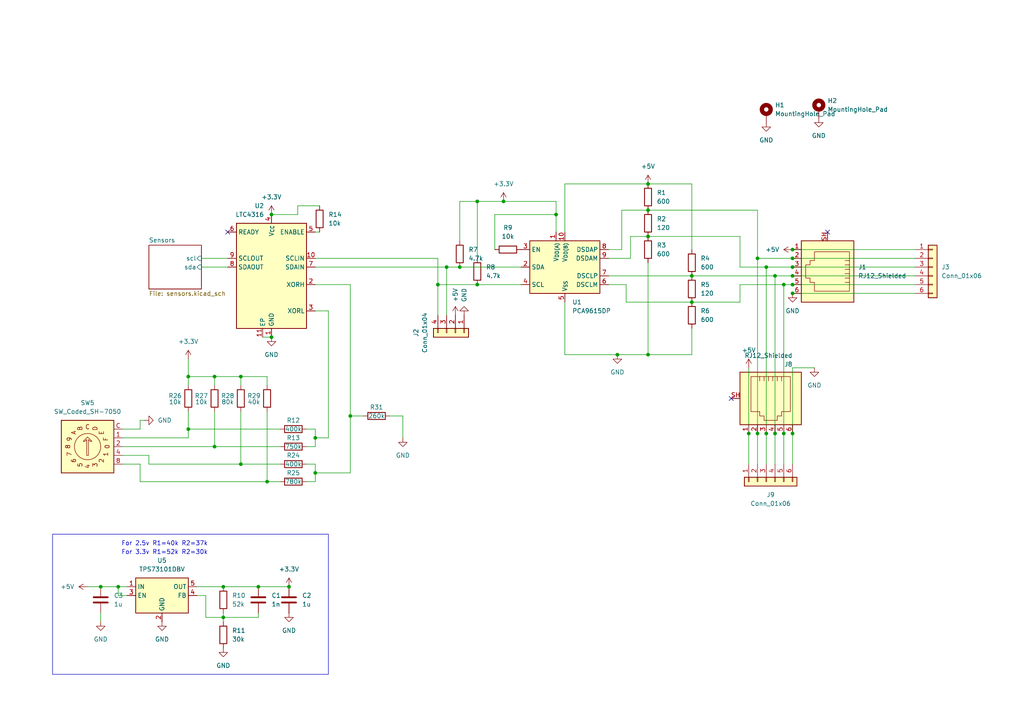
<source format=kicad_sch>
(kicad_sch (version 20250114) (generator "eeschema") (generator_version "9.0")
  (paper "A4")
  (lib_symbols
    (symbol "Connector:RJ12_Shielded" (pin_names (offset 1.016))
      (property "Reference" "J" (at -5.08 11.43 0))
      (property "Value" "RJ12_Shielded" (at 2.54 11.43 0))
      (symbol "RJ12_Shielded_0_1"
        (polyline (pts (xy -6.35 3.175) (xy -5.08 3.175) (xy -5.08 3.175)))
        (polyline (pts (xy -6.35 1.905) (xy -5.08 1.905) (xy -5.08 1.905)))
        (polyline (pts (xy -6.35 0.635) (xy -5.08 0.635) (xy -5.08 0.635)))
        (polyline (pts (xy -6.35 -0.635) (xy -5.08 -0.635) (xy -5.08 -0.635)))
        (polyline (pts (xy -6.35 -1.905) (xy -5.08 -1.905) (xy -5.08 -1.905)))
        (polyline (pts (xy -6.35 -4.445) (xy -6.35 6.985) (xy 3.81 6.985) (xy 3.81 4.445) (xy 5.08 4.445) (xy 5.08 3.175) (xy 6.35 3.175) (xy 6.35 -0.635) (xy 5.08 -0.635) (xy 5.08 -1.905) (xy 3.81 -1.905) (xy 3.81 -4.445) (xy -6.35 -4.445) (xy -6.35 -4.445)))
        (polyline (pts (xy -5.08 4.445) (xy -6.35 4.445) (xy -6.35 4.445)))
        (rectangle (start 7.62 10.16) (end -7.62 -7.62) (stroke (width 0.254)) (fill (type background)))
      )
      (symbol "RJ12_Shielded_1_1"
        (pin passive line (at 0 -10.16 90) (length 2.54) (name "~") (number "SH"))
        (pin passive line (at 10.16 7.62 180) (length 2.54) (name "~") (number "6"))
        (pin passive line (at 10.16 5.08 180) (length 2.54) (name "~") (number "5"))
        (pin passive line (at 10.16 2.54 180) (length 2.54) (name "~") (number "4"))
        (pin passive line (at 10.16 0 180) (length 2.54) (name "~") (number "3"))
        (pin passive line (at 10.16 -2.54 180) (length 2.54) (name "~") (number "2"))
        (pin passive line (at 10.16 -5.08 180) (length 2.54) (name "~") (number "1"))
      )
    )
    (symbol "Connector_Generic:Conn_01x04" (pin_names (offset 1.016) (hide yes))
      (property "Reference" "J" (at 0 5.08 0))
      (property "Value" "Conn_01x04" (at 0 -7.62 0))
      (symbol "Conn_01x04_1_1"
        (rectangle (start -1.27 3.81) (end 1.27 -6.35) (stroke (width 0.254)) (fill (type background)))
        (rectangle (start -1.27 2.667) (end 0 2.413) (stroke (width 0.1524)))
        (rectangle (start -1.27 0.127) (end 0 -0.127) (stroke (width 0.1524)))
        (rectangle (start -1.27 -2.413) (end 0 -2.667) (stroke (width 0.1524)))
        (rectangle (start -1.27 -4.953) (end 0 -5.207) (stroke (width 0.1524)))
        (pin passive line (at -5.08 2.54 0) (length 3.81) (name "Pin_1") (number "1"))
        (pin passive line (at -5.08 0 0) (length 3.81) (name "Pin_2") (number "2"))
        (pin passive line (at -5.08 -2.54 0) (length 3.81) (name "Pin_3") (number "3"))
        (pin passive line (at -5.08 -5.08 0) (length 3.81) (name "Pin_4") (number "4"))
      )
    )
    (symbol "Connector_Generic:Conn_01x06" (pin_names (offset 1.016) (hide yes))
      (property "Reference" "J" (at 0 7.62 0))
      (property "Value" "Conn_01x06" (at 0 -10.16 0))
      (symbol "Conn_01x06_1_1"
        (rectangle (start -1.27 6.35) (end 1.27 -8.89) (stroke (width 0.254)) (fill (type background)))
        (rectangle (start -1.27 5.207) (end 0 4.953) (stroke (width 0.1524)))
        (rectangle (start -1.27 2.667) (end 0 2.413) (stroke (width 0.1524)))
        (rectangle (start -1.27 0.127) (end 0 -0.127) (stroke (width 0.1524)))
        (rectangle (start -1.27 -2.413) (end 0 -2.667) (stroke (width 0.1524)))
        (rectangle (start -1.27 -4.953) (end 0 -5.207) (stroke (width 0.1524)))
        (rectangle (start -1.27 -7.493) (end 0 -7.747) (stroke (width 0.1524)))
        (pin passive line (at -5.08 5.08 0) (length 3.81) (name "Pin_1") (number "1"))
        (pin passive line (at -5.08 2.54 0) (length 3.81) (name "Pin_2") (number "2"))
        (pin passive line (at -5.08 0 0) (length 3.81) (name "Pin_3") (number "3"))
        (pin passive line (at -5.08 -2.54 0) (length 3.81) (name "Pin_4") (number "4"))
        (pin passive line (at -5.08 -5.08 0) (length 3.81) (name "Pin_5") (number "5"))
        (pin passive line (at -5.08 -7.62 0) (length 3.81) (name "Pin_6") (number "6"))
      )
    )
    (symbol "Device:C" (pin_numbers (hide yes)) (pin_names (offset 0.254))
      (property "Reference" "C" (at 0.635 2.54 0))
      (property "Value" "C" (at 0.635 -2.54 0))
      (symbol "C_0_1"
        (polyline (pts (xy -2.032 0.762) (xy 2.032 0.762)) (stroke (width 0.508)))
        (polyline (pts (xy -2.032 -0.762) (xy 2.032 -0.762)) (stroke (width 0.508)))
      )
      (symbol "C_1_1"
        (pin passive line (at 0 3.81 270) (length 2.794) (name "~") (number "1"))
        (pin passive line (at 0 -3.81 90) (length 2.794) (name "~") (number "2"))
      )
    )
    (symbol "Device:R" (pin_numbers (hide yes)) (pin_names (offset 0))
      (property "Reference" "R" (at 2.032 0 90))
      (property "Value" "R" (at 0 0 90))
      (symbol "R_0_1"
        (rectangle (start -1.016 -2.54) (end 1.016 2.54) (stroke (width 0.254)))
      )
      (symbol "R_1_1"
        (pin passive line (at 0 3.81 270) (length 1.27) (name "~") (number "1"))
        (pin passive line (at 0 -3.81 90) (length 1.27) (name "~") (number "2"))
      )
    )
    (symbol "Interface:PCA9615DP"
      (property "Reference" "U" (at -10.16 8.89 0))
      (property "Value" "PCA9615DP" (at 1.27 8.89 0))
      (symbol "PCA9615DP_0_1"
        (rectangle (start -10.16 7.62) (end 10.16 -7.62) (stroke (width 0.254)) (fill (type background)))
      )
      (symbol "PCA9615DP_1_1"
        (pin input line (at -12.7 5.08 0) (length 2.54) (name "EN") (number "3"))
        (pin bidirectional line (at -12.7 0 0) (length 2.54) (name "SDA") (number "2"))
        (pin bidirectional line (at -12.7 -5.08 0) (length 2.54) (name "SCL") (number "4"))
        (pin power_in line (at -2.54 10.16 270) (length 2.54) (name "V_{DD(A)}") (number "1"))
        (pin power_in line (at 0 10.16 270) (length 2.54) (name "V_{DD(B)}") (number "10"))
        (pin power_in line (at 0 -10.16 90) (length 2.54) (name "V_{SS}") (number "5"))
        (pin bidirectional line (at 12.7 5.08 180) (length 2.54) (name "DSDAP") (number "8"))
        (pin bidirectional line (at 12.7 2.54 180) (length 2.54) (name "DSDAM") (number "9"))
        (pin bidirectional line (at 12.7 -2.54 180) (length 2.54) (name "DSCLP") (number "7"))
        (pin bidirectional line (at 12.7 -5.08 180) (length 2.54) (name "DSCLM") (number "6"))
      )
    )
    (symbol "Interface_Expansion:LTC4316xDD"
      (property "Reference" "U" (at -8.89 16.51 0))
      (property "Value" "LTC4316xDD" (at 6.35 16.51 0))
      (symbol "LTC4316xDD_0_1"
        (rectangle (start -10.16 15.24) (end 10.16 -15.24) (stroke (width 0.254)) (fill (type background)))
      )
      (symbol "LTC4316xDD_1_1"
        (pin input line (at -12.7 12.7 0) (length 2.54) (name "ENABLE") (number "5"))
        (pin input line (at -12.7 5.08 0) (length 2.54) (name "SCLIN") (number "10"))
        (pin bidirectional line (at -12.7 2.54 0) (length 2.54) (name "SDAIN") (number "7"))
        (pin input line (at -12.7 -2.54 0) (length 2.54) (name "XORH") (number "2"))
        (pin input line (at -12.7 -10.16 0) (length 2.54) (name "XORL") (number "3"))
        (pin power_in line (at 0 17.78 270) (length 2.54) (name "V_{CC}") (number "4"))
        (pin power_in line (at 0 -17.78 90) (length 2.54) (name "GND") (number "1"))
        (pin passive line (at 2.54 -17.78 90) (length 2.54) (name "EP") (number "11"))
        (pin open_collector line (at 12.7 12.7 180) (length 2.54) (name "READY") (number "6"))
        (pin output line (at 12.7 5.08 180) (length 2.54) (name "SCLOUT") (number "9"))
        (pin bidirectional line (at 12.7 2.54 180) (length 2.54) (name "SDAOUT") (number "8"))
      )
    )
    (symbol "Mechanical:MountingHole_Pad" (pin_numbers (hide yes)) (pin_names (offset 1.016) (hide yes)) (exclude_from_sim yes) (in_bom no)
      (property "Reference" "H" (at 0 6.35 0))
      (property "Value" "MountingHole_Pad" (at 0 4.445 0))
      (symbol "MountingHole_Pad_0_1"
        (circle (center 0 1.27) (radius 1.27) (stroke (width 1.27)))
      )
      (symbol "MountingHole_Pad_1_1"
        (pin input line (at 0 -2.54 90) (length 2.54) (name "1") (number "1"))
      )
    )
    (symbol "Regulator_Linear:TPS73101DBV"
      (property "Reference" "U" (at -6.35 6.35 0))
      (property "Value" "TPS73101DBV" (at 0 6.35 0))
      (symbol "TPS73101DBV_0_1"
        (rectangle (start -7.62 -5.08) (end 7.62 5.08) (stroke (width 0.254)) (fill (type background)))
      )
      (symbol "TPS73101DBV_1_1"
        (pin power_in line (at -10.16 2.54 0) (length 2.54) (name "IN") (number "1"))
        (pin input line (at -10.16 0 0) (length 2.54) (name "EN") (number "3"))
        (pin power_in line (at 0 -7.62 90) (length 2.54) (name "GND") (number "2"))
        (pin power_out line (at 10.16 2.54 180) (length 2.54) (name "OUT") (number "5"))
        (pin input line (at 10.16 0 180) (length 2.54) (name "FB") (number "4"))
      )
    )
    (symbol "Switch:SW_Coded_SH-7050" (pin_names (hide yes))
      (property "Reference" "SW" (at -7.62 8.89 0))
      (property "Value" "SW_Coded_SH-7050" (at -7.62 -8.89 0))
      (symbol "SW_Coded_SH-7050_0_0"
        (text "8" (at -5.715 0 900) (effects (font (size 1.27 1.27))))
        (text "9" (at -5.2832 2.1844 675) (effects (font (size 1.27 1.27))))
        (text "7" (at -5.2832 -2.1844 1125) (effects (font (size 1.27 1.27))))
        (text "A" (at -4.0386 4.0386 450) (effects (font (size 1.27 1.27))))
        (text "6" (at -4.0386 -4.0386 1350) (effects (font (size 1.27 1.27))))
        (text "B" (at -2.1844 5.2832 225) (effects (font (size 1.27 1.27))))
        (text "5" (at -2.1844 -5.2832 1575) (effects (font (size 1.27 1.27))))
        (text "C" (at 0 5.715 0) (effects (font (size 1.27 1.27))))
        (text "4" (at 0 -5.715 1800) (effects (font (size 1.27 1.27))))
        (text "D" (at 2.1844 5.2832 3375) (effects (font (size 1.27 1.27))))
        (text "3" (at 2.1844 -5.2832 2025) (effects (font (size 1.27 1.27))))
        (text "E" (at 4.0386 4.0386 3150) (effects (font (size 1.27 1.27))))
        (text "2" (at 4.0386 -4.0386 2250) (effects (font (size 1.27 1.27))))
        (text "F" (at 5.2832 2.1844 2925) (effects (font (size 1.27 1.27))))
        (text "1" (at 5.2832 -2.1844 2475) (effects (font (size 1.27 1.27))))
        (text "0" (at 5.715 0 2700) (effects (font (size 1.27 1.27))))
      )
      (symbol "SW_Coded_SH-7050_0_1"
        (polyline (pts (xy -0.254 -2.54) (xy -0.254 2.032) (xy -0.762 1.524) (xy -1.27 1.524) (xy 0 2.794) (xy 1.27 1.524) (xy 0.762 1.524) (xy 0.254 2.032) (xy 0.254 -2.54) (xy -0.254 -2.54) (xy -0.254 -2.54)))
        (circle (center 0 0) (radius 3.81))
        (rectangle (start 7.62 7.62) (end -7.62 -7.62) (stroke (width 0.254)) (fill (type background)))
      )
      (symbol "SW_Coded_SH-7050_1_1"
        (pin passive line (at 10.16 5.08 180) (length 2.54) (name "C") (number "C"))
        (pin passive line (at 10.16 2.54 180) (length 2.54) (name "1") (number "1"))
        (pin passive line (at 10.16 0 180) (length 2.54) (name "2") (number "2"))
        (pin passive line (at 10.16 -2.54 180) (length 2.54) (name "4") (number "4"))
        (pin passive line (at 10.16 -5.08 180) (length 2.54) (name "8") (number "8"))
      )
    )
    (symbol "power:+3.3V" (power) (pin_numbers (hide yes)) (pin_names (offset 0) (hide yes))
      (property "Value" "+3.3V" (at 0 3.556 0))
      (symbol "+3.3V_0_1"
        (polyline (pts (xy -0.762 1.27) (xy 0 2.54)))
        (polyline (pts (xy 0 2.54) (xy 0.762 1.27)))
        (polyline (pts (xy 0 0) (xy 0 2.54)))
      )
      (symbol "+3.3V_1_1"
        (pin power_in line (at 0 0 90) (length 0) (name "~") (number "1"))
      )
    )
    (symbol "power:+5V" (power) (pin_numbers (hide yes)) (pin_names (offset 0) (hide yes))
      (property "Value" "+5V" (at 0 3.556 0))
      (symbol "+5V_0_1"
        (polyline (pts (xy -0.762 1.27) (xy 0 2.54)))
        (polyline (pts (xy 0 2.54) (xy 0.762 1.27)))
        (polyline (pts (xy 0 0) (xy 0 2.54)))
      )
      (symbol "+5V_1_1"
        (pin power_in line (at 0 0 90) (length 0) (name "~") (number "1"))
      )
    )
    (symbol "power:GND" (power) (pin_numbers (hide yes)) (pin_names (offset 0) (hide yes))
      (property "Value" "GND" (at 0 -3.81 0))
      (symbol "GND_0_1"
        (polyline (pts (xy 0 0) (xy 0 -1.27) (xy 1.27 -1.27) (xy 0 -2.54) (xy -1.27 -1.27) (xy 0 -1.27)))
      )
      (symbol "GND_1_1"
        (pin power_in line (at 0 0 270) (length 0) (name "~") (number "1"))
      )
    )
  )
  (rectangle (start 15.24 154.94) (end 95.25 195.58))
  (text "For 2.5v R1=40k R2=37k" (at 47.752 157.734 0) (effects (font (size 1.27 1.27))))
  (text "For 3.3v R1=52k R2=30k" (at 47.752 160.274 0) (effects (font (size 1.27 1.27))))
  (junction (at 187.96 102.87))
  (junction (at 54.61 124.46))
  (junction (at 133.35 77.47))
  (junction (at 78.74 62.23))
  (junction (at 229.87 77.47))
  (junction (at 138.43 58.42))
  (junction (at 229.87 80.01))
  (junction (at 229.87 72.39))
  (junction (at 69.85 109.22))
  (junction (at 200.66 87.63))
  (junction (at 101.6 120.65))
  (junction (at 129.54 77.47))
  (junction (at 222.25 77.47))
  (junction (at 187.96 68.58))
  (junction (at 219.71 74.93))
  (junction (at 227.33 82.55))
  (junction (at 146.05 58.42))
  (junction (at 34.29 170.18))
  (junction (at 217.17 125.73))
  (junction (at 77.47 139.7))
  (junction (at 64.77 170.18))
  (junction (at 29.21 170.18))
  (junction (at 69.85 134.62))
  (junction (at 222.25 125.73))
  (junction (at 187.96 60.96))
  (junction (at 224.79 125.73))
  (junction (at 219.71 125.73))
  (junction (at 200.66 80.01))
  (junction (at 229.87 82.55))
  (junction (at 78.74 97.79))
  (junction (at 138.43 82.55))
  (junction (at 161.29 62.23))
  (junction (at 229.87 85.09))
  (junction (at 224.79 80.01))
  (junction (at 127 82.55))
  (junction (at 227.33 125.73))
  (junction (at 74.93 170.18))
  (junction (at 62.23 129.54))
  (junction (at 62.23 109.22))
  (junction (at 187.96 53.34))
  (junction (at 229.87 125.73))
  (junction (at 179.07 102.87))
  (junction (at 83.82 170.18))
  (junction (at 64.77 179.07))
  (junction (at 91.44 137.16))
  (junction (at 229.87 74.93))
  (junction (at 91.44 127))
  (junction (at 54.61 109.22))
  (no_connect (at 212.09 115.57))
  (no_connect (at 66.04 67.31))
  (no_connect (at 240.03 67.31))
  (wire (pts (xy 200.66 95.25) (xy 200.66 102.87)))
  (wire (pts (xy 224.79 80.01) (xy 224.79 125.73)))
  (wire (pts (xy 113.03 120.65) (xy 116.84 120.65)))
  (wire (pts (xy 200.66 80.01) (xy 224.79 80.01)))
  (wire (pts (xy 43.18 132.08) (xy 43.18 134.62)))
  (wire (pts (xy 229.87 80.01) (xy 265.43 80.01)))
  (wire (pts (xy 187.96 76.2) (xy 187.96 102.87)))
  (wire (pts (xy 69.85 134.62) (xy 81.28 134.62)))
  (wire (pts (xy 180.34 72.39) (xy 180.34 60.96)))
  (wire (pts (xy 88.9 124.46) (xy 91.44 124.46)))
  (wire (pts (xy 182.88 68.58) (xy 187.96 68.58)))
  (wire (pts (xy 91.44 127) (xy 91.44 124.46)))
  (wire (pts (xy 229.87 74.93) (xy 265.43 74.93)))
  (wire (pts (xy 64.77 170.18) (xy 74.93 170.18)))
  (wire (pts (xy 57.15 172.72) (xy 59.69 172.72)))
  (wire (pts (xy 91.44 129.54) (xy 91.44 127)))
  (wire (pts (xy 229.87 72.39) (xy 265.43 72.39)))
  (wire (pts (xy 35.56 124.46) (xy 40.64 124.46)))
  (wire (pts (xy 214.63 87.63) (xy 214.63 82.55)))
  (wire (pts (xy 59.69 172.72) (xy 59.69 179.07)))
  (wire (pts (xy 34.29 172.72) (xy 34.29 170.18)))
  (wire (pts (xy 176.53 74.93) (xy 182.88 74.93)))
  (wire (pts (xy 101.6 137.16) (xy 91.44 137.16)))
  (wire (pts (xy 138.43 82.55) (xy 151.13 82.55)))
  (wire (pts (xy 36.83 172.72) (xy 34.29 172.72)))
  (wire (pts (xy 34.29 170.18) (xy 36.83 170.18)))
  (wire (pts (xy 219.71 60.96) (xy 219.71 74.93)))
  (wire (pts (xy 229.87 106.68) (xy 236.22 106.68)))
  (wire (pts (xy 62.23 129.54) (xy 81.28 129.54)))
  (wire (pts (xy 180.34 60.96) (xy 187.96 60.96)))
  (wire (pts (xy 187.96 60.96) (xy 219.71 60.96)))
  (wire (pts (xy 143.51 62.23) (xy 161.29 62.23)))
  (wire (pts (xy 187.96 102.87) (xy 200.66 102.87)))
  (wire (pts (xy 64.77 179.07) (xy 64.77 180.34)))
  (wire (pts (xy 43.18 134.62) (xy 69.85 134.62)))
  (wire (pts (xy 176.53 72.39) (xy 180.34 72.39)))
  (wire (pts (xy 214.63 82.55) (xy 227.33 82.55)))
  (wire (pts (xy 181.61 82.55) (xy 181.61 87.63)))
  (wire (pts (xy 127 82.55) (xy 127 91.44)))
  (wire (pts (xy 91.44 134.62) (xy 88.9 134.62)))
  (wire (pts (xy 54.61 111.76) (xy 54.61 109.22)))
  (wire (pts (xy 92.71 59.69) (xy 86.36 59.69)))
  (wire (pts (xy 101.6 120.65) (xy 101.6 137.16)))
  (wire (pts (xy 163.83 53.34) (xy 163.83 67.31)))
  (wire (pts (xy 59.69 179.07) (xy 64.77 179.07)))
  (wire (pts (xy 86.36 62.23) (xy 78.74 62.23)))
  (wire (pts (xy 214.63 68.58) (xy 214.63 77.47)))
  (wire (pts (xy 101.6 82.55) (xy 101.6 120.65)))
  (wire (pts (xy 91.44 137.16) (xy 91.44 134.62)))
  (wire (pts (xy 74.93 170.18) (xy 83.82 170.18)))
  (wire (pts (xy 77.47 139.7) (xy 81.28 139.7)))
  (wire (pts (xy 88.9 129.54) (xy 91.44 129.54)))
  (wire (pts (xy 229.87 106.68) (xy 229.87 125.73)))
  (wire (pts (xy 40.64 134.62) (xy 40.64 139.7)))
  (wire (pts (xy 224.79 125.73) (xy 224.79 134.62)))
  (wire (pts (xy 29.21 170.18) (xy 34.29 170.18)))
  (wire (pts (xy 77.47 119.38) (xy 77.47 139.7)))
  (wire (pts (xy 91.44 137.16) (xy 91.44 139.7)))
  (wire (pts (xy 200.66 87.63) (xy 214.63 87.63)))
  (wire (pts (xy 35.56 127) (xy 54.61 127)))
  (wire (pts (xy 229.87 82.55) (xy 265.43 82.55)))
  (wire (pts (xy 163.83 53.34) (xy 187.96 53.34)))
  (wire (pts (xy 127 82.55) (xy 138.43 82.55)))
  (wire (pts (xy 224.79 80.01) (xy 229.87 80.01)))
  (wire (pts (xy 62.23 109.22) (xy 62.23 111.76)))
  (wire (pts (xy 222.25 125.73) (xy 222.25 134.62)))
  (wire (pts (xy 54.61 124.46) (xy 54.61 119.38)))
  (wire (pts (xy 40.64 124.46) (xy 40.64 121.92)))
  (wire (pts (xy 95.25 90.17) (xy 95.25 127)))
  (wire (pts (xy 229.87 85.09) (xy 265.43 85.09)))
  (wire (pts (xy 35.56 132.08) (xy 43.18 132.08)))
  (wire (pts (xy 182.88 74.93) (xy 182.88 68.58)))
  (wire (pts (xy 91.44 67.31) (xy 92.71 67.31)))
  (wire (pts (xy 57.15 170.18) (xy 64.77 170.18)))
  (wire (pts (xy 146.05 58.42) (xy 161.29 58.42)))
  (wire (pts (xy 229.87 125.73) (xy 229.87 134.62)))
  (wire (pts (xy 143.51 72.39) (xy 143.51 62.23)))
  (wire (pts (xy 116.84 120.65) (xy 116.84 127)))
  (wire (pts (xy 133.35 77.47) (xy 151.13 77.47)))
  (wire (pts (xy 163.83 102.87) (xy 179.07 102.87)))
  (wire (pts (xy 187.96 68.58) (xy 214.63 68.58)))
  (wire (pts (xy 91.44 139.7) (xy 88.9 139.7)))
  (wire (pts (xy 217.17 125.73) (xy 217.17 134.62)))
  (wire (pts (xy 54.61 109.22) (xy 62.23 109.22)))
  (wire (pts (xy 29.21 177.8) (xy 29.21 180.34)))
  (wire (pts (xy 214.63 77.47) (xy 222.25 77.47)))
  (wire (pts (xy 69.85 109.22) (xy 77.47 109.22)))
  (wire (pts (xy 219.71 74.93) (xy 229.87 74.93)))
  (wire (pts (xy 35.56 134.62) (xy 40.64 134.62)))
  (wire (pts (xy 161.29 58.42) (xy 161.29 62.23)))
  (wire (pts (xy 62.23 109.22) (xy 69.85 109.22)))
  (wire (pts (xy 69.85 109.22) (xy 69.85 111.76)))
  (wire (pts (xy 40.64 139.7) (xy 77.47 139.7)))
  (wire (pts (xy 219.71 74.93) (xy 219.71 125.73)))
  (wire (pts (xy 35.56 129.54) (xy 62.23 129.54)))
  (wire (pts (xy 161.29 62.23) (xy 161.29 67.31)))
  (wire (pts (xy 74.93 179.07) (xy 74.93 177.8)))
  (wire (pts (xy 54.61 104.14) (xy 54.61 109.22)))
  (wire (pts (xy 176.53 82.55) (xy 181.61 82.55)))
  (wire (pts (xy 91.44 74.93) (xy 127 74.93)))
  (wire (pts (xy 133.35 58.42) (xy 138.43 58.42)))
  (wire (pts (xy 62.23 119.38) (xy 62.23 129.54)))
  (wire (pts (xy 217.17 106.68) (xy 217.17 125.73)))
  (wire (pts (xy 138.43 58.42) (xy 138.43 74.93)))
  (wire (pts (xy 222.25 77.47) (xy 222.25 125.73)))
  (wire (pts (xy 176.53 80.01) (xy 200.66 80.01)))
  (wire (pts (xy 129.54 77.47) (xy 133.35 77.47)))
  (wire (pts (xy 69.85 119.38) (xy 69.85 134.62)))
  (wire (pts (xy 219.71 125.73) (xy 219.71 134.62)))
  (wire (pts (xy 179.07 102.87) (xy 187.96 102.87)))
  (wire (pts (xy 58.42 77.47) (xy 66.04 77.47)))
  (wire (pts (xy 54.61 127) (xy 54.61 124.46)))
  (wire (pts (xy 227.33 125.73) (xy 227.33 134.62)))
  (wire (pts (xy 95.25 90.17) (xy 91.44 90.17)))
  (wire (pts (xy 127 74.93) (xy 127 82.55)))
  (wire (pts (xy 133.35 69.85) (xy 133.35 58.42)))
  (wire (pts (xy 101.6 120.65) (xy 105.41 120.65)))
  (wire (pts (xy 227.33 82.55) (xy 227.33 125.73)))
  (wire (pts (xy 25.4 170.18) (xy 29.21 170.18)))
  (wire (pts (xy 77.47 109.22) (xy 77.47 111.76)))
  (wire (pts (xy 58.42 74.93) (xy 66.04 74.93)))
  (wire (pts (xy 91.44 127) (xy 95.25 127)))
  (wire (pts (xy 129.54 77.47) (xy 129.54 91.44)))
  (wire (pts (xy 40.64 121.92) (xy 41.91 121.92)))
  (wire (pts (xy 181.61 87.63) (xy 200.66 87.63)))
  (wire (pts (xy 86.36 59.69) (xy 86.36 62.23)))
  (wire (pts (xy 91.44 82.55) (xy 101.6 82.55)))
  (wire (pts (xy 64.77 179.07) (xy 74.93 179.07)))
  (wire (pts (xy 76.2 97.79) (xy 78.74 97.79)))
  (wire (pts (xy 200.66 72.39) (xy 200.66 53.34)))
  (wire (pts (xy 163.83 87.63) (xy 163.83 102.87)))
  (wire (pts (xy 64.77 177.8) (xy 64.77 179.07)))
  (wire (pts (xy 138.43 58.42) (xy 146.05 58.42)))
  (wire (pts (xy 227.33 82.55) (xy 229.87 82.55)))
  (wire (pts (xy 54.61 124.46) (xy 81.28 124.46)))
  (wire (pts (xy 187.96 53.34) (xy 200.66 53.34)))
  (wire (pts (xy 91.44 77.47) (xy 129.54 77.47)))
  (wire (pts (xy 229.87 77.47) (xy 265.43 77.47)))
  (wire (pts (xy 222.25 77.47) (xy 229.87 77.47)))
  (symbol (lib_id "Interface_Expansion:LTC4316xDD") (at 78.74 80.01 0) (mirror y) (unit 1)
    (property "Reference" "U2" (at 76.5967 59.69 0) (effects (justify left)))
    (property "Value" "LTC4316" (at 76.5967 62.23 0) (effects (justify left)))
    (property "Footprint" "Package_SO:MSOP-10_3x3mm_P0.5mm" (effects (hide yes)))
    (property "Datasheet" "https://www.analog.com/media/en/technical-documentation/data-sheets/4316fa.pdf" (effects (hide yes)))
    (property "Description" "Single I2C/SMBus Address-Translator, DFN-10" (effects (hide yes)))
    (property "Supplier Name" "Mouser/Digikey" (effects (hide yes)))
    (property "Manufacturer_Name" "Analog" (effects (hide yes)))
    (property "Manufacturer_Part_Number" "LTC4316xMS" (effects (hide yes)))
  )
  (symbol (lib_id "Regulator_Linear:TPS73101DBV") (at 46.99 172.72 0) (unit 1)
    (property "Reference" "U5" (at 46.99 162.56 0))
    (property "Value" "TPS73101DBV" (at 46.99 165.1 0))
    (property "Footprint" "Package_TO_SOT_SMD:SOT-23-5" (effects (hide yes)))
    (property "Datasheet" "http://www.ti.com/lit/ds/symlink/tps731.pdf" (effects (hide yes)))
    (property "Description" "Cap free NMOS 150mA Low Drop Adjustable Out Regulator, SOT-23-5" (effects (hide yes)))
    (property "Manufacturer_Part_Number" "TPS73101DBV" (effects (hide yes)))
    (property "Supplier Name" "JLCPCB" (effects (hide yes)))
    (property "Manufacturer_Name" "TI" (effects (hide yes)))
  )
  (symbol (lib_id "Switch:SW_Coded_SH-7050") (at 25.4 129.54 0) (unit 1)
    (property "Reference" "SW5" (at 25.4 116.84 0))
    (property "Value" "SW_Coded_SH-7050" (at 25.4 119.38 0))
    (property "Footprint" "RJ12_Pin_Connector:Rotary_Switch_16_pos" (effects (hide yes)))
    (property "Datasheet" "https://www.nidec-copal-electronics.com/e/catalog/switch/sh-7000.pdf" (effects (hide yes)))
    (property "Description" "Rotary switch, 4-bit encoding, 16 positions, Real code" (effects (hide yes)))
    (property "Supplier Name" "LCSC" (effects (hide yes)))
    (property "Manufacturer_Name" "Khon" (effects (hide yes)))
    (property "Manufacturer_Part_Number" "ES07MP-16RBZ-L1500" (effects (hide yes)))
  )
  (symbol (lib_id "Device:R") (at 187.96 57.15 0) (unit 1)
    (property "Reference" "R1" (at 190.5 55.8799 0) (effects (justify left)))
    (property "Value" "600" (at 190.5 58.4199 0) (effects (justify left)))
    (property "Footprint" "Resistor_SMD:R_0402_1005Metric_Pad0.72x0.64mm_HandSolder" (effects (hide yes)))
    (property "Description" "Resistor" (effects (hide yes)))
    (property "Supplier Name" "JLCPCB" (effects (hide yes)))
    (property "Manufacturer_Name" "UNI-ROYAL(Uniroyal Elec)" (effects (hide yes)))
    (property "Manufacturer_Part_Number" "0402WGF6040TCE" (effects (hide yes)))
  )
  (symbol (lib_id "Device:R") (at 85.09 129.54 90) (unit 1)
    (property "Reference" "R13" (at 85.09 127 90))
    (property "Value" "750k" (at 85.09 129.54 90))
    (property "Footprint" "Resistor_SMD:R_0402_1005Metric_Pad0.72x0.64mm_HandSolder" (effects (hide yes)))
    (property "Description" "Resistor" (effects (hide yes)))
    (property "Supplier Name" "JLCPCB" (effects (hide yes)))
    (property "Manufacturer_Name" "UNI-ROYAL(Uniroyal Elec)" (effects (hide yes)))
    (property "Manufacturer_Part_Number" "0402WGF7503TCE" (effects (hide yes)))
  )
  (symbol (lib_id "power:GND") (at 134.62 91.44 180) (unit 1)
    (property "Reference" "#PWR05" (effects (hide yes)))
    (property "Value" "GND" (at 134.6199 87.63 90) (effects (justify right)))
    (property "Description" "Power symbol creates a global label with name \"GND\" , ground" (effects (hide yes)))
  )
  (symbol (lib_id "power:GND") (at 237.49 34.29 0) (unit 1)
    (property "Reference" "#PWR046" (effects (hide yes)))
    (property "Value" "GND" (at 237.49 39.37 0))
    (property "Description" "Power symbol creates a global label with name \"GND\" , ground" (effects (hide yes)))
  )
  (symbol (lib_id "Device:C") (at 29.21 173.99 0) (unit 1)
    (property "Reference" "C3" (at 33.02 172.7199 0) (effects (justify left)))
    (property "Value" "1u" (at 33.02 175.2599 0) (effects (justify left)))
    (property "Footprint" "Capacitor_SMD:C_0603_1608Metric_Pad1.08x0.95mm_HandSolder" (effects (hide yes)))
    (property "Description" "Unpolarized capacitor" (effects (hide yes)))
    (property "Supplier Name" "JLCPCB" (effects (hide yes)))
    (property "Supplier Part Number" "C15849" (effects (hide yes)))
  )
  (symbol (lib_id "Connector_Generic:Conn_01x06") (at 270.51 77.47 0) (unit 1)
    (property "Reference" "J3" (at 273.05 77.4699 0) (effects (justify left)))
    (property "Value" "Conn_01x06" (at 273.05 80.0099 0) (effects (justify left)))
    (property "Footprint" "Connector_JST:JST_SH_SM06B-SRSS-TB_1x06-1MP_P1.00mm_Horizontal" (effects (hide yes)))
    (property "Description" "Generic connector, single row, 01x06, script generated (kicad-library-utils/schlib/autogen/connector/)" (effects (hide yes)))
    (property "Manufacturer_Part_Number" "SM06B-SRSS-TB(LF)(SN)" (effects (hide yes)))
    (property "Supplier Name" "JLCPCB" (effects (hide yes)))
    (property "Supplier Part Number" "C160405" (effects (hide yes)))
  )
  (symbol (lib_id "Device:R") (at 85.09 139.7 90) (unit 1)
    (property "Reference" "R25" (at 85.09 137.16 90))
    (property "Value" "780k" (at 85.09 139.7 90))
    (property "Footprint" "Resistor_SMD:R_0402_1005Metric_Pad0.72x0.64mm_HandSolder" (effects (hide yes)))
    (property "Description" "Resistor" (effects (hide yes)))
    (property "Supplier Name" "JLCPCB" (effects (hide yes)))
    (property "Manufacturer_Name" "UNI-ROYAL(Uniroyal Elec)" (effects (hide yes)))
    (property "Manufacturer_Part_Number" "0402WGF7873TCE" (effects (hide yes)))
    (property "Substitution_Value" "787k" (effects (hide yes)))
  )
  (symbol (lib_id "power:GND") (at 41.91 121.92 90) (unit 1)
    (property "Reference" "#PWR043" (effects (hide yes)))
    (property "Value" "GND" (at 45.72 121.9199 90) (effects (justify right)))
    (property "Description" "Power symbol creates a global label with name \"GND\" , ground" (effects (hide yes)))
  )
  (symbol (lib_id "power:GND") (at 46.99 180.34 0) (unit 1)
    (property "Reference" "#PWR010" (effects (hide yes)))
    (property "Value" "GND" (at 46.99 185.42 0))
    (property "Description" "Power symbol creates a global label with name \"GND\" , ground" (effects (hide yes)))
  )
  (symbol (lib_id "power:+3.3V") (at 83.82 170.18 0) (unit 1)
    (property "Reference" "#PWR013" (effects (hide yes)))
    (property "Value" "+3.3V" (at 83.82 165.1 0))
    (property "Description" "Power symbol creates a global label with name \"+3.3V\"" (effects (hide yes)))
  )
  (symbol (lib_id "Device:R") (at 200.66 83.82 180) (unit 1)
    (property "Reference" "R5" (at 203.2 82.5499 0) (effects (justify right)))
    (property "Value" "120" (at 203.2 85.0899 0) (effects (justify right)))
    (property "Footprint" "Resistor_SMD:R_0402_1005Metric_Pad0.72x0.64mm_HandSolder" (effects (hide yes)))
    (property "Description" "Resistor" (effects (hide yes)))
    (property "Supplier Name" "JLCPCB" (effects (hide yes)))
    (property "Manufacturer_Name" "UNI-ROYAL(Uniroyal Elec)" (effects (hide yes)))
    (property "Manufacturer_Part_Number" "0402WGF1200TCE" (effects (hide yes)))
  )
  (symbol (lib_id "power:+3.3V") (at 54.61 104.14 0) (unit 1)
    (property "Reference" "#PWR042" (effects (hide yes)))
    (property "Value" "+3.3V" (at 54.61 99.06 0))
    (property "Description" "Power symbol creates a global label with name \"+3.3V\"" (effects (hide yes)))
  )
  (symbol (lib_id "Device:C") (at 83.82 173.99 0) (unit 1)
    (property "Reference" "C2" (at 87.63 172.7199 0) (effects (justify left)))
    (property "Value" "1u" (at 87.63 175.2599 0) (effects (justify left)))
    (property "Footprint" "Capacitor_SMD:C_0603_1608Metric_Pad1.08x0.95mm_HandSolder" (effects (hide yes)))
    (property "Description" "Unpolarized capacitor" (effects (hide yes)))
    (property "Supplier Name" "JLCPCB" (effects (hide yes)))
    (property "Supplier Part Number" "C15849" (effects (hide yes)))
  )
  (symbol (lib_id "Device:R") (at 200.66 76.2 0) (unit 1)
    (property "Reference" "R4" (at 203.2 74.9299 0) (effects (justify left)))
    (property "Value" "600" (at 203.2 77.4699 0) (effects (justify left)))
    (property "Footprint" "Resistor_SMD:R_0402_1005Metric_Pad0.72x0.64mm_HandSolder" (effects (hide yes)))
    (property "Description" "Resistor" (effects (hide yes)))
    (property "Supplier Name" "JLCPCB" (effects (hide yes)))
    (property "Manufacturer_Name" "UNI-ROYAL(Uniroyal Elec)" (effects (hide yes)))
    (property "Manufacturer_Part_Number" "0402WGF6040TCE" (effects (hide yes)))
  )
  (symbol (lib_id "power:GND") (at 179.07 102.87 0) (unit 1)
    (property "Reference" "#PWR01" (effects (hide yes)))
    (property "Value" "GND" (at 179.07 107.95 0))
    (property "Description" "Power symbol creates a global label with name \"GND\" , ground" (effects (hide yes)))
  )
  (symbol (lib_id "power:GND") (at 29.21 180.34 0) (unit 1)
    (property "Reference" "#PWR012" (effects (hide yes)))
    (property "Value" "GND" (at 29.21 185.42 0))
    (property "Description" "Power symbol creates a global label with name \"GND\" , ground" (effects (hide yes)))
  )
  (symbol (lib_id "Device:R") (at 85.09 124.46 90) (unit 1)
    (property "Reference" "R12" (at 85.09 121.92 90))
    (property "Value" "400k" (at 85.09 124.46 90))
    (property "Footprint" "Resistor_SMD:R_0402_1005Metric_Pad0.72x0.64mm_HandSolder" (effects (hide yes)))
    (property "Description" "Resistor" (effects (hide yes)))
    (property "Supplier Name" "JLCPCB" (effects (hide yes)))
    (property "Manufacturer_Name" "UNI-ROYAL(Uniroyal Elec)" (effects (hide yes)))
    (property "Manufacturer_Part_Number" "0402WGF4023TCE" (effects (hide yes)))
    (property "Substitution_Value" "402k" (effects (hide yes)))
  )
  (symbol (lib_id "Device:R") (at 138.43 78.74 0) (unit 1)
    (property "Reference" "R8" (at 140.97 77.4699 0) (effects (justify left)))
    (property "Value" "4.7k" (at 140.97 80.0099 0) (effects (justify left)))
    (property "Footprint" "Resistor_SMD:R_0402_1005Metric_Pad0.72x0.64mm_HandSolder" (effects (hide yes)))
    (property "Description" "Resistor" (effects (hide yes)))
    (property "Supplier Name" "JLCPCB" (effects (hide yes)))
    (property "Manufacturer_Name" "UNI-ROYAL(Uniroyal Elec)" (effects (hide yes)))
    (property "Manufacturer_Part_Number" "0402WGF4701TCE" (effects (hide yes)))
  )
  (symbol (lib_id "Device:R") (at 187.96 72.39 0) (unit 1)
    (property "Reference" "R3" (at 190.5 71.1199 0) (effects (justify left)))
    (property "Value" "600" (at 190.5 73.6599 0) (effects (justify left)))
    (property "Footprint" "Resistor_SMD:R_0402_1005Metric_Pad0.72x0.64mm_HandSolder" (effects (hide yes)))
    (property "Description" "Resistor" (effects (hide yes)))
    (property "Supplier Name" "JLCPCB" (effects (hide yes)))
    (property "Manufacturer_Name" "UNI-ROYAL(Uniroyal Elec)" (effects (hide yes)))
    (property "Manufacturer_Part_Number" "0402WGF6040TCE" (effects (hide yes)))
  )
  (symbol (lib_id "power:+5V") (at 217.17 106.68 0) (unit 1)
    (property "Reference" "#PWR048" (effects (hide yes)))
    (property "Value" "+5V" (at 217.17 101.6 0))
    (property "Description" "Power symbol creates a global label with name \"+5V\"" (effects (hide yes)))
  )
  (symbol (lib_id "power:+5V") (at 229.87 72.39 90) (unit 1)
    (property "Reference" "#PWR04" (effects (hide yes)))
    (property "Value" "+5V" (at 226.06 72.3899 90) (effects (justify left)))
    (property "Description" "Power symbol creates a global label with name \"+5V\"" (effects (hide yes)))
  )
  (symbol (lib_id "power:GND") (at 78.74 97.79 0) (unit 1)
    (property "Reference" "#PWR015" (effects (hide yes)))
    (property "Value" "GND" (at 78.74 102.87 0))
    (property "Description" "Power symbol creates a global label with name \"GND\" , ground" (effects (hide yes)))
  )
  (symbol (lib_id "power:GND") (at 222.25 35.56 0) (unit 1)
    (property "Reference" "#PWR045" (effects (hide yes)))
    (property "Value" "GND" (at 222.25 40.64 0))
    (property "Description" "Power symbol creates a global label with name \"GND\" , ground" (effects (hide yes)))
  )
  (symbol (lib_id "Device:R") (at 187.96 64.77 180) (unit 1)
    (property "Reference" "R2" (at 190.5 63.4999 0) (effects (justify right)))
    (property "Value" "120" (at 190.5 66.0399 0) (effects (justify right)))
    (property "Footprint" "Resistor_SMD:R_0402_1005Metric_Pad0.72x0.64mm_HandSolder" (effects (hide yes)))
    (property "Description" "Resistor" (effects (hide yes)))
    (property "Supplier Name" "JLCPCB" (effects (hide yes)))
    (property "Manufacturer_Name" "UNI-ROYAL(Uniroyal Elec)" (effects (hide yes)))
    (property "Manufacturer_Part_Number" "0402WGF1200TCE" (effects (hide yes)))
  )
  (symbol (lib_id "Device:R") (at 62.23 115.57 0) (unit 1)
    (property "Reference" "R27" (at 58.42 114.808 0))
    (property "Value" "10k" (at 58.42 116.586 0))
    (property "Footprint" "Resistor_SMD:R_0402_1005Metric_Pad0.72x0.64mm_HandSolder" (effects (hide yes)))
    (property "Description" "Resistor" (effects (hide yes)))
    (property "Supplier Name" "JLCPCB" (effects (hide yes)))
    (property "Manufacturer_Name" "UNI-ROYAL(Uniroyal Elec)" (effects (hide yes)))
    (property "Manufacturer_Part_Number" "0402WGF1002TCE" (effects (hide yes)))
  )
  (symbol (lib_id "power:GND") (at 236.22 106.68 0) (unit 1)
    (property "Reference" "#PWR049" (effects (hide yes)))
    (property "Value" "GND" (at 236.22 111.76 0))
    (property "Description" "Power symbol creates a global label with name \"GND\" , ground" (effects (hide yes)))
  )
  (symbol (lib_id "Device:R") (at 69.85 115.57 0) (unit 1)
    (property "Reference" "R28" (at 66.04 114.808 0))
    (property "Value" "80k" (at 66.04 116.586 0))
    (property "Footprint" "Resistor_SMD:R_0402_1005Metric_Pad0.72x0.64mm_HandSolder" (effects (hide yes)))
    (property "Description" "Resistor" (effects (hide yes)))
    (property "Supplier Name" "JLCPCB" (effects (hide yes)))
    (property "Manufacturer_Name" "UNI-ROYAL(Uniroyal Elec)" (effects (hide yes)))
    (property "Manufacturer_Part_Number" "NQ02WGF8062TCE" (effects (hide yes)))
    (property "Substitution_Value" "80.6k" (effects (hide yes)))
  )
  (symbol (lib_id "Device:C") (at 74.93 173.99 0) (unit 1)
    (property "Reference" "C1" (at 78.74 172.7199 0) (effects (justify left)))
    (property "Value" "1n" (at 78.74 175.2599 0) (effects (justify left)))
    (property "Footprint" "Capacitor_SMD:C_0402_1005Metric_Pad0.74x0.62mm_HandSolder" (effects (hide yes)))
    (property "Description" "Unpolarized capacitor" (effects (hide yes)))
    (property "Supplier Name" "JLCPCB" (effects (hide yes)))
    (property "Supplier Part Number" "C1523" (effects (hide yes)))
  )
  (symbol (lib_id "Device:R") (at 77.47 115.57 0) (unit 1)
    (property "Reference" "R29" (at 73.66 114.808 0))
    (property "Value" "40k" (at 73.66 116.586 0))
    (property "Footprint" "Resistor_SMD:R_0402_1005Metric_Pad0.72x0.64mm_HandSolder" (effects (hide yes)))
    (property "Description" "Resistor" (effects (hide yes)))
    (property "Supplier Name" "JLCPCB" (effects (hide yes)))
    (property "Manufacturer_Name" "UNI-ROYAL(Uniroyal Elec)" (effects (hide yes)))
    (property "Manufacturer_Part_Number" "0402WGF4022TCE" (effects (hide yes)))
    (property "Substitution_Value" "40.2k" (effects (hide yes)))
  )
  (symbol (lib_id "power:GND") (at 64.77 187.96 0) (unit 1)
    (property "Reference" "#PWR08" (effects (hide yes)))
    (property "Value" "GND" (at 64.77 193.04 0))
    (property "Description" "Power symbol creates a global label with name \"GND\" , ground" (effects (hide yes)))
  )
  (symbol (lib_id "power:GND") (at 116.84 127 0) (unit 1)
    (property "Reference" "#PWR044" (effects (hide yes)))
    (property "Value" "GND" (at 116.84 132.08 0))
    (property "Description" "Power symbol creates a global label with name \"GND\" , ground" (effects (hide yes)))
  )
  (symbol (lib_id "power:+5V") (at 187.96 53.34 0) (unit 1)
    (property "Reference" "#PWR03" (effects (hide yes)))
    (property "Value" "+5V" (at 187.96 48.26 0))
    (property "Description" "Power symbol creates a global label with name \"+5V\"" (effects (hide yes)))
  )
  (symbol (lib_id "Device:R") (at 54.61 115.57 0) (unit 1)
    (property "Reference" "R26" (at 50.8 114.808 0))
    (property "Value" "10k" (at 50.8 116.586 0))
    (property "Footprint" "Resistor_SMD:R_0402_1005Metric_Pad0.72x0.64mm_HandSolder" (effects (hide yes)))
    (property "Description" "Resistor" (effects (hide yes)))
    (property "Supplier Name" "JLCPCB" (effects (hide yes)))
    (property "Manufacturer_Name" "UNI-ROYAL(Uniroyal Elec)" (effects (hide yes)))
    (property "Manufacturer_Part_Number" "0402WGF1002TCE" (effects (hide yes)))
  )
  (symbol (lib_id "Mechanical:MountingHole_Pad") (at 222.25 33.02 0) (unit 1) (exclude_from_sim yes) (in_bom no)
    (property "Reference" "H1" (at 224.79 30.4799 0) (effects (justify left)))
    (property "Value" "MountingHole_Pad" (at 224.79 33.0199 0) (effects (justify left)))
    (property "Footprint" "MountingHole:MountingHole_4.5mm_Pad_TopOnly" (effects (hide yes)))
    (property "Description" "Mounting Hole with connection" (effects (hide yes)))
  )
  (symbol (lib_id "power:+3.3V") (at 78.74 62.23 0) (unit 1)
    (property "Reference" "#PWR014" (effects (hide yes)))
    (property "Value" "+3.3V" (at 78.74 57.15 0))
    (property "Description" "Power symbol creates a global label with name \"+3.3V\"" (effects (hide yes)))
  )
  (symbol (lib_id "power:+3.3V") (at 146.05 58.42 0) (unit 1)
    (property "Reference" "#PWR02" (effects (hide yes)))
    (property "Value" "+3.3V" (at 146.05 53.34 0))
    (property "Description" "Power symbol creates a global label with name \"+3.3V\"" (effects (hide yes)))
  )
  (symbol (lib_id "Connector:RJ12_Shielded") (at 240.03 77.47 180) (unit 1)
    (property "Reference" "J1" (at 248.92 77.4699 0) (effects (justify right)))
    (property "Value" "RJ12_Shielded" (at 248.92 80.0099 0) (effects (justify right)))
    (property "Footprint" "RJ12_Pin_Connector:RJ12_Pin_Connector" (effects (hide yes)))
    (property "Description" "RJ connector, 6P6C (6 positions 6 connected), Shielded" (effects (hide yes)))
    (property "Supplier Name" "LCSC" (effects (hide yes)))
    (property "Supplier Part Number" "C2683355" (effects (hide yes)))
  )
  (symbol (lib_id "Device:R") (at 64.77 184.15 0) (unit 1)
    (property "Reference" "R11" (at 67.31 182.8799 0) (effects (justify left)))
    (property "Value" "30k" (at 67.31 185.4199 0) (effects (justify left)))
    (property "Footprint" "Resistor_SMD:R_0402_1005Metric_Pad0.72x0.64mm_HandSolder" (effects (hide yes)))
    (property "Description" "Resistor" (effects (hide yes)))
    (property "Supplier Name" "JLCPCB" (effects (hide yes)))
    (property "Manufacturer_Name" "UNI-ROYAL(Uniroyal Elec)" (effects (hide yes)))
    (property "Manufacturer_Part_Number" "0402WGF3302TCE" (effects (hide yes)))
    (property "Substitution_Value" "33k" (effects (hide yes)))
  )
  (symbol (lib_id "Device:R") (at 133.35 73.66 0) (unit 1)
    (property "Reference" "R7" (at 135.89 72.3899 0) (effects (justify left)))
    (property "Value" "4.7k" (at 135.89 74.9299 0) (effects (justify left)))
    (property "Footprint" "Resistor_SMD:R_0402_1005Metric_Pad0.72x0.64mm_HandSolder" (effects (hide yes)))
    (property "Description" "Resistor" (effects (hide yes)))
    (property "Supplier Name" "JLCPCB" (effects (hide yes)))
    (property "Manufacturer_Name" "UNI-ROYAL(Uniroyal Elec)" (effects (hide yes)))
    (property "Manufacturer_Part_Number" "0402WGF4701TCE" (effects (hide yes)))
  )
  (symbol (lib_id "Connector_Generic:Conn_01x04") (at 132.08 96.52 270) (unit 1)
    (property "Reference" "J2" (at 120.65 96.52 0))
    (property "Value" "Conn_01x04" (at 123.19 96.52 0))
    (property "Footprint" "Connector_JST:JST_SH_SM04B-SRSS-TB_1x04-1MP_P1.00mm_Horizontal" (effects (hide yes)))
    (property "Description" "Generic connector, single row, 01x04, script generated (kicad-library-utils/schlib/autogen/connector/)" (effects (hide yes)))
    (property "Manufacturer_Part_Number" "XY-SM04B-SRSS-TB" (effects (hide yes)))
    (property "Supplier Name" "JLCPCB" (effects (hide yes)))
    (property "Supplier Part Number" "C51940130" (effects (hide yes)))
  )
  (symbol (lib_id "Device:R") (at 92.71 63.5 0) (unit 1)
    (property "Reference" "R14" (at 95.25 62.2299 0) (effects (justify left)))
    (property "Value" "10k" (at 95.25 64.7699 0) (effects (justify left)))
    (property "Footprint" "Resistor_SMD:R_0402_1005Metric_Pad0.72x0.64mm_HandSolder" (effects (hide yes)))
    (property "Description" "Resistor" (effects (hide yes)))
    (property "Supplier Name" "JLCPCB" (effects (hide yes)))
    (property "Manufacturer_Name" "UNI-ROYAL(Uniroyal Elec)" (effects (hide yes)))
    (property "Manufacturer_Part_Number" "0402WGF1002TCE" (effects (hide yes)))
  )
  (symbol (lib_id "Device:R") (at 64.77 173.99 0) (unit 1)
    (property "Reference" "R10" (at 67.31 172.7199 0) (effects (justify left)))
    (property "Value" "52k" (at 67.31 175.2599 0) (effects (justify left)))
    (property "Footprint" "Resistor_SMD:R_0402_1005Metric_Pad0.72x0.64mm_HandSolder" (effects (hide yes)))
    (property "Description" "Resistor" (effects (hide yes)))
    (property "Supplier Name" "JLCPCB" (effects (hide yes)))
    (property "Manufacturer_Name" "UNI-ROYAL(Uniroyal Elec)" (effects (hide yes)))
    (property "Manufacturer_Part_Number" "0402WGF5102TCE" (effects (hide yes)))
    (property "Substitution_Value" "51k" (effects (hide yes)))
  )
  (symbol (lib_id "power:GND") (at 83.82 177.8 0) (unit 1)
    (property "Reference" "#PWR09" (effects (hide yes)))
    (property "Value" "GND" (at 83.82 182.88 0))
    (property "Description" "Power symbol creates a global label with name \"GND\" , ground" (effects (hide yes)))
  )
  (symbol (lib_id "Mechanical:MountingHole_Pad") (at 237.49 31.75 0) (unit 1) (exclude_from_sim yes) (in_bom no)
    (property "Reference" "H2" (at 240.03 29.2099 0) (effects (justify left)))
    (property "Value" "MountingHole_Pad" (at 240.03 31.7499 0) (effects (justify left)))
    (property "Footprint" "MountingHole:MountingHole_4.5mm_Pad_TopOnly" (effects (hide yes)))
    (property "Description" "Mounting Hole with connection" (effects (hide yes)))
  )
  (symbol (lib_id "Connector_Generic:Conn_01x06") (at 222.25 139.7 90) (mirror x) (unit 1)
    (property "Reference" "J9" (at 223.52 143.51 90))
    (property "Value" "Conn_01x06" (at 223.52 146.05 90))
    (property "Footprint" "Connector_JST:JST_SH_SM06B-SRSS-TB_1x06-1MP_P1.00mm_Horizontal" (effects (hide yes)))
    (property "Description" "Generic connector, single row, 01x06, script generated (kicad-library-utils/schlib/autogen/connector/)" (effects (hide yes)))
    (property "Manufacturer_Part_Number" "SM06B-SRSS-TB(LF)(SN)" (effects (hide yes)))
    (property "Supplier Name" "JLCPCB" (effects (hide yes)))
    (property "Supplier Part Number" "C160405" (effects (hide yes)))
  )
  (symbol (lib_id "power:+5V") (at 132.08 91.44 0) (unit 1)
    (property "Reference" "#PWR06" (effects (hide yes)))
    (property "Value" "+5V" (at 132.0799 87.63 90) (effects (justify left)))
    (property "Description" "Power symbol creates a global label with name \"+5V\"" (effects (hide yes)))
  )
  (symbol (lib_id "Device:R") (at 85.09 134.62 90) (unit 1)
    (property "Reference" "R24" (at 85.09 132.08 90))
    (property "Value" "400k" (at 85.09 134.62 90))
    (property "Footprint" "Resistor_SMD:R_0402_1005Metric_Pad0.72x0.64mm_HandSolder" (effects (hide yes)))
    (property "Description" "Resistor" (effects (hide yes)))
    (property "Supplier Name" "JLCPCB" (effects (hide yes)))
    (property "Manufacturer_Name" "UNI-ROYAL(Uniroyal Elec)" (effects (hide yes)))
    (property "Manufacturer_Part_Number" "0402WGF4023TCE" (effects (hide yes)))
    (property "Substitution_Value" "402k" (effects (hide yes)))
  )
  (symbol (lib_id "Device:R") (at 109.22 120.65 90) (unit 1)
    (property "Reference" "R31" (at 109.22 118.11 90))
    (property "Value" "260k" (at 109.22 120.65 90))
    (property "Footprint" "Resistor_SMD:R_0402_1005Metric_Pad0.72x0.64mm_HandSolder" (effects (hide yes)))
    (property "Description" "Resistor" (effects (hide yes)))
    (property "Supplier Name" "JLCPCB" (effects (hide yes)))
    (property "Manufacturer_Name" "UNI-ROYAL(Uniroyal Elec)" (effects (hide yes)))
    (property "Manufacturer_Part_Number" "0402WGF2613TCE" (effects (hide yes)))
    (property "Substitution_Value" "261k" (effects (hide yes)))
  )
  (symbol (lib_id "Device:R") (at 200.66 91.44 0) (unit 1)
    (property "Reference" "R6" (at 203.2 90.1699 0) (effects (justify left)))
    (property "Value" "600" (at 203.2 92.7099 0) (effects (justify left)))
    (property "Footprint" "Resistor_SMD:R_0402_1005Metric_Pad0.72x0.64mm_HandSolder" (effects (hide yes)))
    (property "Description" "Resistor" (effects (hide yes)))
    (property "Supplier Name" "JLCPCB" (effects (hide yes)))
    (property "Manufacturer_Name" "UNI-ROYAL(Uniroyal Elec)" (effects (hide yes)))
    (property "Manufacturer_Part_Number" "0402WGF6040TCE" (effects (hide yes)))
  )
  (symbol (lib_id "power:+5V") (at 25.4 170.18 90) (unit 1)
    (property "Reference" "#PWR011" (effects (hide yes)))
    (property "Value" "+5V" (at 21.59 170.1799 90) (effects (justify left)))
    (property "Description" "Power symbol creates a global label with name \"+5V\"" (effects (hide yes)))
  )
  (symbol (lib_id "Interface:PCA9615DP") (at 163.83 77.47 0) (unit 1)
    (property "Reference" "U1" (at 165.9733 87.63 0) (effects (justify left)))
    (property "Value" "PCA9615DP" (at 165.9733 90.17 0) (effects (justify left)))
    (property "Footprint" "Package_SO:TSSOP-10_3x3mm_P0.5mm" (effects (hide yes)))
    (property "Datasheet" "https://www.nxp.com/docs/en/data-sheet/PCA9615.pdf" (effects (hide yes)))
    (property "Description" "Dual bidirectional hot-swap multipoint bus buffer, SO-8" (effects (hide yes)))
    (property "Supplier Name" "Mouser/Digikey" (effects (hide yes)))
    (property "Manufacturer_Name" "NXP" (effects (hide yes)))
    (property "Manufacturer_Part_Number" "PCA9615DP" (effects (hide yes)))
  )
  (symbol (lib_id "power:GND") (at 229.87 85.09 0) (unit 1)
    (property "Reference" "#PWR07" (effects (hide yes)))
    (property "Value" "GND" (at 229.87 90.17 0))
    (property "Description" "Power symbol creates a global label with name \"GND\" , ground" (effects (hide yes)))
  )
  (symbol (lib_id "Device:R") (at 147.32 72.39 90) (unit 1)
    (property "Reference" "R9" (at 147.32 66.04 90))
    (property "Value" "10k" (at 147.32 68.58 90))
    (property "Footprint" "Resistor_SMD:R_0402_1005Metric_Pad0.72x0.64mm_HandSolder" (effects (hide yes)))
    (property "Description" "Resistor" (effects (hide yes)))
    (property "Supplier Name" "JLCPCB" (effects (hide yes)))
    (property "Manufacturer_Name" "UNI-ROYAL(Uniroyal Elec)" (effects (hide yes)))
    (property "Manufacturer_Part_Number" "0402WGF1002TCE" (effects (hide yes)))
  )
  (symbol (lib_id "Connector:RJ12_Shielded") (at 222.25 115.57 270) (unit 1)
    (property "Reference" "J8" (at 229.87 105.664 90) (effects (justify right)))
    (property "Value" "RJ12_Shielded" (at 229.87 103.124 90) (effects (justify right)))
    (property "Footprint" "RJ12_Pin_Connector:RJ12_Pin_Connector" (effects (hide yes)))
    (property "Description" "RJ connector, 6P6C (6 positions 6 connected), Shielded" (effects (hide yes)))
    (property "Supplier Name" "LCSC" (effects (hide yes)))
    (property "Supplier Part Number" "C2683355" (effects (hide yes)))
  )
  (sheet (at 43.18 71.12) (size 15.24 12.7) (stroke (width 0.1524))
    (property "Sheetname" "Sensors" (at 43.18 70.4084 0) (effects (justify left bottom)))
    (property "Sheetfile" "sensors.kicad_sch" (at 43.18 84.4046 0) (effects (justify left top)))
    (pin "scl" input (at 58.42 74.93 0))
    (pin "sda" input (at 58.42 77.47 0))
  )
)
</source>
